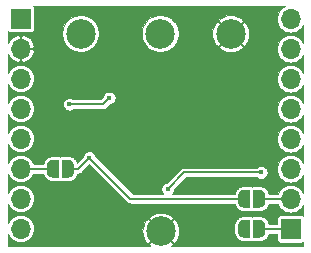
<source format=gbr>
G04 #@! TF.GenerationSoftware,KiCad,Pcbnew,(5.1.2)-2*
G04 #@! TF.CreationDate,2019-08-28T15:44:57+02:00*
G04 #@! TF.ProjectId,esp_pmc,6573705f-706d-4632-9e6b-696361645f70,0.0.1*
G04 #@! TF.SameCoordinates,Original*
G04 #@! TF.FileFunction,Copper,L2,Bot*
G04 #@! TF.FilePolarity,Positive*
%FSLAX46Y46*%
G04 Gerber Fmt 4.6, Leading zero omitted, Abs format (unit mm)*
G04 Created by KiCad (PCBNEW (5.1.2)-2) date 2019-08-28 15:44:57*
%MOMM*%
%LPD*%
G04 APERTURE LIST*
%ADD10C,2.500000*%
%ADD11R,1.700000X1.700000*%
%ADD12O,1.700000X1.700000*%
%ADD13C,0.500000*%
%ADD14C,0.100000*%
%ADD15C,0.450000*%
%ADD16C,0.203200*%
%ADD17C,0.125000*%
G04 APERTURE END LIST*
D10*
X66267000Y-91196000D03*
X72187000Y-74466000D03*
X66218000Y-74466000D03*
X59487000Y-74466000D03*
D11*
X54407000Y-73196000D03*
D12*
X54407000Y-75736000D03*
X54407000Y-78276000D03*
X54407000Y-80816000D03*
X54407000Y-83356000D03*
X54407000Y-85896000D03*
X54407000Y-88436000D03*
X54407000Y-90976000D03*
X77267000Y-73216000D03*
X77267000Y-75756000D03*
X77267000Y-78296000D03*
X77267000Y-80836000D03*
X77267000Y-83376000D03*
X77267000Y-85916000D03*
X77267000Y-88456000D03*
D11*
X77267000Y-90996000D03*
D13*
X58422500Y-85896000D03*
D14*
G36*
X58422500Y-85146602D02*
G01*
X58447034Y-85146602D01*
X58495865Y-85151412D01*
X58543990Y-85160984D01*
X58590945Y-85175228D01*
X58636278Y-85194005D01*
X58679551Y-85217136D01*
X58720350Y-85244396D01*
X58758279Y-85275524D01*
X58792976Y-85310221D01*
X58824104Y-85348150D01*
X58851364Y-85388949D01*
X58874495Y-85432222D01*
X58893272Y-85477555D01*
X58907516Y-85524510D01*
X58917088Y-85572635D01*
X58921898Y-85621466D01*
X58921898Y-85646000D01*
X58922500Y-85646000D01*
X58922500Y-86146000D01*
X58921898Y-86146000D01*
X58921898Y-86170534D01*
X58917088Y-86219365D01*
X58907516Y-86267490D01*
X58893272Y-86314445D01*
X58874495Y-86359778D01*
X58851364Y-86403051D01*
X58824104Y-86443850D01*
X58792976Y-86481779D01*
X58758279Y-86516476D01*
X58720350Y-86547604D01*
X58679551Y-86574864D01*
X58636278Y-86597995D01*
X58590945Y-86616772D01*
X58543990Y-86631016D01*
X58495865Y-86640588D01*
X58447034Y-86645398D01*
X58422500Y-86645398D01*
X58422500Y-86646000D01*
X57922500Y-86646000D01*
X57922500Y-85146000D01*
X58422500Y-85146000D01*
X58422500Y-85146602D01*
X58422500Y-85146602D01*
G37*
D13*
X57122500Y-85896000D03*
D14*
G36*
X57622500Y-86646000D02*
G01*
X57122500Y-86646000D01*
X57122500Y-86645398D01*
X57097966Y-86645398D01*
X57049135Y-86640588D01*
X57001010Y-86631016D01*
X56954055Y-86616772D01*
X56908722Y-86597995D01*
X56865449Y-86574864D01*
X56824650Y-86547604D01*
X56786721Y-86516476D01*
X56752024Y-86481779D01*
X56720896Y-86443850D01*
X56693636Y-86403051D01*
X56670505Y-86359778D01*
X56651728Y-86314445D01*
X56637484Y-86267490D01*
X56627912Y-86219365D01*
X56623102Y-86170534D01*
X56623102Y-86146000D01*
X56622500Y-86146000D01*
X56622500Y-85646000D01*
X56623102Y-85646000D01*
X56623102Y-85621466D01*
X56627912Y-85572635D01*
X56637484Y-85524510D01*
X56651728Y-85477555D01*
X56670505Y-85432222D01*
X56693636Y-85388949D01*
X56720896Y-85348150D01*
X56752024Y-85310221D01*
X56786721Y-85275524D01*
X56824650Y-85244396D01*
X56865449Y-85217136D01*
X56908722Y-85194005D01*
X56954055Y-85175228D01*
X57001010Y-85160984D01*
X57049135Y-85151412D01*
X57097966Y-85146602D01*
X57122500Y-85146602D01*
X57122500Y-85146000D01*
X57622500Y-85146000D01*
X57622500Y-86646000D01*
X57622500Y-86646000D01*
G37*
D13*
X73315000Y-90976000D03*
D14*
G36*
X73315000Y-91725398D02*
G01*
X73290466Y-91725398D01*
X73241635Y-91720588D01*
X73193510Y-91711016D01*
X73146555Y-91696772D01*
X73101222Y-91677995D01*
X73057949Y-91654864D01*
X73017150Y-91627604D01*
X72979221Y-91596476D01*
X72944524Y-91561779D01*
X72913396Y-91523850D01*
X72886136Y-91483051D01*
X72863005Y-91439778D01*
X72844228Y-91394445D01*
X72829984Y-91347490D01*
X72820412Y-91299365D01*
X72815602Y-91250534D01*
X72815602Y-91226000D01*
X72815000Y-91226000D01*
X72815000Y-90726000D01*
X72815602Y-90726000D01*
X72815602Y-90701466D01*
X72820412Y-90652635D01*
X72829984Y-90604510D01*
X72844228Y-90557555D01*
X72863005Y-90512222D01*
X72886136Y-90468949D01*
X72913396Y-90428150D01*
X72944524Y-90390221D01*
X72979221Y-90355524D01*
X73017150Y-90324396D01*
X73057949Y-90297136D01*
X73101222Y-90274005D01*
X73146555Y-90255228D01*
X73193510Y-90240984D01*
X73241635Y-90231412D01*
X73290466Y-90226602D01*
X73315000Y-90226602D01*
X73315000Y-90226000D01*
X73815000Y-90226000D01*
X73815000Y-91726000D01*
X73315000Y-91726000D01*
X73315000Y-91725398D01*
X73315000Y-91725398D01*
G37*
D13*
X74615000Y-90976000D03*
D14*
G36*
X74115000Y-90226000D02*
G01*
X74615000Y-90226000D01*
X74615000Y-90226602D01*
X74639534Y-90226602D01*
X74688365Y-90231412D01*
X74736490Y-90240984D01*
X74783445Y-90255228D01*
X74828778Y-90274005D01*
X74872051Y-90297136D01*
X74912850Y-90324396D01*
X74950779Y-90355524D01*
X74985476Y-90390221D01*
X75016604Y-90428150D01*
X75043864Y-90468949D01*
X75066995Y-90512222D01*
X75085772Y-90557555D01*
X75100016Y-90604510D01*
X75109588Y-90652635D01*
X75114398Y-90701466D01*
X75114398Y-90726000D01*
X75115000Y-90726000D01*
X75115000Y-91226000D01*
X75114398Y-91226000D01*
X75114398Y-91250534D01*
X75109588Y-91299365D01*
X75100016Y-91347490D01*
X75085772Y-91394445D01*
X75066995Y-91439778D01*
X75043864Y-91483051D01*
X75016604Y-91523850D01*
X74985476Y-91561779D01*
X74950779Y-91596476D01*
X74912850Y-91627604D01*
X74872051Y-91654864D01*
X74828778Y-91677995D01*
X74783445Y-91696772D01*
X74736490Y-91711016D01*
X74688365Y-91720588D01*
X74639534Y-91725398D01*
X74615000Y-91725398D01*
X74615000Y-91726000D01*
X74115000Y-91726000D01*
X74115000Y-90226000D01*
X74115000Y-90226000D01*
G37*
D13*
X74615000Y-88436000D03*
D14*
G36*
X74615000Y-87686602D02*
G01*
X74639534Y-87686602D01*
X74688365Y-87691412D01*
X74736490Y-87700984D01*
X74783445Y-87715228D01*
X74828778Y-87734005D01*
X74872051Y-87757136D01*
X74912850Y-87784396D01*
X74950779Y-87815524D01*
X74985476Y-87850221D01*
X75016604Y-87888150D01*
X75043864Y-87928949D01*
X75066995Y-87972222D01*
X75085772Y-88017555D01*
X75100016Y-88064510D01*
X75109588Y-88112635D01*
X75114398Y-88161466D01*
X75114398Y-88186000D01*
X75115000Y-88186000D01*
X75115000Y-88686000D01*
X75114398Y-88686000D01*
X75114398Y-88710534D01*
X75109588Y-88759365D01*
X75100016Y-88807490D01*
X75085772Y-88854445D01*
X75066995Y-88899778D01*
X75043864Y-88943051D01*
X75016604Y-88983850D01*
X74985476Y-89021779D01*
X74950779Y-89056476D01*
X74912850Y-89087604D01*
X74872051Y-89114864D01*
X74828778Y-89137995D01*
X74783445Y-89156772D01*
X74736490Y-89171016D01*
X74688365Y-89180588D01*
X74639534Y-89185398D01*
X74615000Y-89185398D01*
X74615000Y-89186000D01*
X74115000Y-89186000D01*
X74115000Y-87686000D01*
X74615000Y-87686000D01*
X74615000Y-87686602D01*
X74615000Y-87686602D01*
G37*
D13*
X73315000Y-88436000D03*
D14*
G36*
X73815000Y-89186000D02*
G01*
X73315000Y-89186000D01*
X73315000Y-89185398D01*
X73290466Y-89185398D01*
X73241635Y-89180588D01*
X73193510Y-89171016D01*
X73146555Y-89156772D01*
X73101222Y-89137995D01*
X73057949Y-89114864D01*
X73017150Y-89087604D01*
X72979221Y-89056476D01*
X72944524Y-89021779D01*
X72913396Y-88983850D01*
X72886136Y-88943051D01*
X72863005Y-88899778D01*
X72844228Y-88854445D01*
X72829984Y-88807490D01*
X72820412Y-88759365D01*
X72815602Y-88710534D01*
X72815602Y-88686000D01*
X72815000Y-88686000D01*
X72815000Y-88186000D01*
X72815602Y-88186000D01*
X72815602Y-88161466D01*
X72820412Y-88112635D01*
X72829984Y-88064510D01*
X72844228Y-88017555D01*
X72863005Y-87972222D01*
X72886136Y-87928949D01*
X72913396Y-87888150D01*
X72944524Y-87850221D01*
X72979221Y-87815524D01*
X73017150Y-87784396D01*
X73057949Y-87757136D01*
X73101222Y-87734005D01*
X73146555Y-87715228D01*
X73193510Y-87700984D01*
X73241635Y-87691412D01*
X73290466Y-87686602D01*
X73315000Y-87686602D01*
X73315000Y-87686000D01*
X73815000Y-87686000D01*
X73815000Y-89186000D01*
X73815000Y-89186000D01*
G37*
D15*
X64186000Y-89198000D03*
X64821000Y-89198000D03*
X65456000Y-89198000D03*
X65329000Y-85261000D03*
X57074000Y-89579000D03*
X59233000Y-89579000D03*
X61519000Y-89579000D03*
X61519000Y-90722000D03*
X61519000Y-91865000D03*
X59233000Y-90722000D03*
X57074000Y-90722000D03*
X57074000Y-91865000D03*
X59233000Y-91865000D03*
X63424000Y-90722000D03*
X63424000Y-91865000D03*
X68631000Y-91865000D03*
X58115400Y-87293000D03*
X60350600Y-87293000D03*
X69901000Y-89452000D03*
X71196400Y-89452000D03*
X70917000Y-84626000D03*
X72949000Y-84626000D03*
X75235000Y-84626000D03*
X69393000Y-79292000D03*
X71425000Y-79292000D03*
X73457000Y-79292000D03*
X73457000Y-77260000D03*
X71425000Y-77260000D03*
X69393000Y-77260000D03*
X69393000Y-75482000D03*
X69393000Y-73450000D03*
X61519000Y-81324000D03*
X62789000Y-81324000D03*
X62789000Y-83356000D03*
X61519000Y-83356000D03*
X56693000Y-78784000D03*
X56693000Y-76752000D03*
X56693000Y-74466000D03*
X56693000Y-72688000D03*
X60223600Y-84956200D03*
X66853000Y-87623200D03*
X74767000Y-86215500D03*
X61900000Y-79901600D03*
X58537000Y-80440000D03*
X73315000Y-90976000D03*
D16*
X54407000Y-85896000D02*
X57122500Y-85896000D01*
X77247000Y-90976000D02*
X77267000Y-90996000D01*
X74615000Y-90976000D02*
X77247000Y-90976000D01*
X58422500Y-85896000D02*
X59283800Y-85896000D01*
X59283800Y-85896000D02*
X60223600Y-84956200D01*
X63703400Y-88436000D02*
X60223600Y-84956200D01*
X73315000Y-88436000D02*
X63703400Y-88436000D01*
X66853000Y-87623200D02*
X68260700Y-86215500D01*
X68260700Y-86215500D02*
X74767000Y-86215500D01*
X61900000Y-79901600D02*
X61361600Y-80440000D01*
X61361600Y-80440000D02*
X58537000Y-80440000D01*
X74635000Y-88456000D02*
X74615000Y-88436000D01*
X77267000Y-88456000D02*
X74635000Y-88456000D01*
D17*
G36*
X63396210Y-88714436D02*
G01*
X63409171Y-88730229D01*
X63424964Y-88743190D01*
X63424967Y-88743193D01*
X63472225Y-88781977D01*
X63497283Y-88795371D01*
X63544164Y-88820429D01*
X63622222Y-88844108D01*
X63683062Y-88850100D01*
X63683072Y-88850100D01*
X63703399Y-88852102D01*
X63723726Y-88850100D01*
X72520137Y-88850100D01*
X72528552Y-88892403D01*
X72546420Y-88951308D01*
X72583929Y-89041864D01*
X72612948Y-89096154D01*
X72667404Y-89177653D01*
X72706455Y-89225237D01*
X72775763Y-89294545D01*
X72823347Y-89333596D01*
X72904846Y-89388052D01*
X72959136Y-89417071D01*
X73049692Y-89454580D01*
X73108597Y-89472448D01*
X73204730Y-89491570D01*
X73265991Y-89497604D01*
X73290552Y-89497604D01*
X73315000Y-89500012D01*
X73815000Y-89500012D01*
X73876261Y-89493978D01*
X73935167Y-89476109D01*
X73965000Y-89460163D01*
X73994833Y-89476109D01*
X74053739Y-89493978D01*
X74115000Y-89500012D01*
X74615000Y-89500012D01*
X74639448Y-89497604D01*
X74664009Y-89497604D01*
X74725270Y-89491570D01*
X74821403Y-89472448D01*
X74880308Y-89454580D01*
X74970864Y-89417071D01*
X75025154Y-89388052D01*
X75106653Y-89333596D01*
X75154237Y-89294545D01*
X75223545Y-89225237D01*
X75262596Y-89177653D01*
X75317052Y-89096154D01*
X75346071Y-89041864D01*
X75383580Y-88951308D01*
X75401448Y-88892403D01*
X75405884Y-88870100D01*
X76177807Y-88870100D01*
X76187794Y-88903022D01*
X76295740Y-89104975D01*
X76441012Y-89281988D01*
X76618025Y-89427260D01*
X76819978Y-89535206D01*
X77039110Y-89601679D01*
X77209898Y-89618500D01*
X77324102Y-89618500D01*
X77494890Y-89601679D01*
X77714022Y-89535206D01*
X77915975Y-89427260D01*
X78092988Y-89281988D01*
X78238260Y-89104975D01*
X78326501Y-88939888D01*
X78326501Y-89913669D01*
X78291456Y-89884909D01*
X78237167Y-89855891D01*
X78178261Y-89838022D01*
X78117000Y-89831988D01*
X76417000Y-89831988D01*
X76355739Y-89838022D01*
X76296833Y-89855891D01*
X76242544Y-89884909D01*
X76194960Y-89923960D01*
X76155909Y-89971544D01*
X76126891Y-90025833D01*
X76109022Y-90084739D01*
X76102988Y-90146000D01*
X76102988Y-90561900D01*
X75409863Y-90561900D01*
X75401448Y-90519597D01*
X75383580Y-90460692D01*
X75346071Y-90370136D01*
X75317052Y-90315846D01*
X75262596Y-90234347D01*
X75223545Y-90186763D01*
X75154237Y-90117455D01*
X75106653Y-90078404D01*
X75025154Y-90023948D01*
X74970864Y-89994929D01*
X74880308Y-89957420D01*
X74821403Y-89939552D01*
X74725270Y-89920430D01*
X74664009Y-89914396D01*
X74639448Y-89914396D01*
X74615000Y-89911988D01*
X74115000Y-89911988D01*
X74053739Y-89918022D01*
X73994833Y-89935891D01*
X73965000Y-89951837D01*
X73935167Y-89935891D01*
X73876261Y-89918022D01*
X73815000Y-89911988D01*
X73315000Y-89911988D01*
X73290552Y-89914396D01*
X73265991Y-89914396D01*
X73204730Y-89920430D01*
X73108597Y-89939552D01*
X73049692Y-89957420D01*
X72959136Y-89994929D01*
X72904846Y-90023948D01*
X72823347Y-90078404D01*
X72775763Y-90117455D01*
X72706455Y-90186763D01*
X72667404Y-90234347D01*
X72612948Y-90315846D01*
X72583929Y-90370136D01*
X72546420Y-90460692D01*
X72528552Y-90519597D01*
X72509430Y-90615730D01*
X72503396Y-90676991D01*
X72503396Y-90701552D01*
X72500988Y-90726000D01*
X72500988Y-91226000D01*
X72503396Y-91250448D01*
X72503396Y-91275009D01*
X72509430Y-91336270D01*
X72528552Y-91432403D01*
X72546420Y-91491308D01*
X72583929Y-91581864D01*
X72612948Y-91636154D01*
X72667404Y-91717653D01*
X72706455Y-91765237D01*
X72775763Y-91834545D01*
X72823347Y-91873596D01*
X72904846Y-91928052D01*
X72959136Y-91957071D01*
X73049692Y-91994580D01*
X73108597Y-92012448D01*
X73204730Y-92031570D01*
X73265991Y-92037604D01*
X73290552Y-92037604D01*
X73315000Y-92040012D01*
X73815000Y-92040012D01*
X73876261Y-92033978D01*
X73935167Y-92016109D01*
X73965000Y-92000163D01*
X73994833Y-92016109D01*
X74053739Y-92033978D01*
X74115000Y-92040012D01*
X74615000Y-92040012D01*
X74639448Y-92037604D01*
X74664009Y-92037604D01*
X74725270Y-92031570D01*
X74821403Y-92012448D01*
X74880308Y-91994580D01*
X74970864Y-91957071D01*
X75025154Y-91928052D01*
X75106653Y-91873596D01*
X75154237Y-91834545D01*
X75223545Y-91765237D01*
X75262596Y-91717653D01*
X75317052Y-91636154D01*
X75346071Y-91581864D01*
X75383580Y-91491308D01*
X75401448Y-91432403D01*
X75409863Y-91390100D01*
X76102988Y-91390100D01*
X76102988Y-91846000D01*
X76109022Y-91907261D01*
X76126891Y-91966167D01*
X76155909Y-92020456D01*
X76194960Y-92068040D01*
X76242544Y-92107091D01*
X76296833Y-92136109D01*
X76355739Y-92153978D01*
X76417000Y-92160012D01*
X78117000Y-92160012D01*
X78178261Y-92153978D01*
X78237167Y-92136109D01*
X78291456Y-92107091D01*
X78326501Y-92078330D01*
X78326501Y-92461500D01*
X67165482Y-92461500D01*
X67276837Y-92294225D01*
X66267000Y-91284388D01*
X65257163Y-92294225D01*
X65368518Y-92461500D01*
X53346500Y-92461500D01*
X53346500Y-91458019D01*
X53435740Y-91624975D01*
X53581012Y-91801988D01*
X53758025Y-91947260D01*
X53959978Y-92055206D01*
X54179110Y-92121679D01*
X54349898Y-92138500D01*
X54464102Y-92138500D01*
X54634890Y-92121679D01*
X54854022Y-92055206D01*
X55055975Y-91947260D01*
X55232988Y-91801988D01*
X55378260Y-91624975D01*
X55486206Y-91423022D01*
X55552679Y-91203890D01*
X55553371Y-91196860D01*
X64696940Y-91196860D01*
X64727276Y-91503147D01*
X64816782Y-91797630D01*
X64961065Y-92067564D01*
X65168775Y-92205837D01*
X66178612Y-91196000D01*
X66355388Y-91196000D01*
X67365225Y-92205837D01*
X67572935Y-92067564D01*
X67717876Y-91796041D01*
X67807059Y-91501460D01*
X67837060Y-91195140D01*
X67806724Y-90888853D01*
X67717218Y-90594370D01*
X67572935Y-90324436D01*
X67365225Y-90186163D01*
X66355388Y-91196000D01*
X66178612Y-91196000D01*
X65168775Y-90186163D01*
X64961065Y-90324436D01*
X64816124Y-90595959D01*
X64726941Y-90890540D01*
X64696940Y-91196860D01*
X55553371Y-91196860D01*
X55575124Y-90976000D01*
X55552679Y-90748110D01*
X55486206Y-90528978D01*
X55378260Y-90327025D01*
X55232988Y-90150012D01*
X55169338Y-90097775D01*
X65257163Y-90097775D01*
X66267000Y-91107612D01*
X67276837Y-90097775D01*
X67138564Y-89890065D01*
X66867041Y-89745124D01*
X66572460Y-89655941D01*
X66266140Y-89625940D01*
X65959853Y-89656276D01*
X65665370Y-89745782D01*
X65395436Y-89890065D01*
X65257163Y-90097775D01*
X55169338Y-90097775D01*
X55055975Y-90004740D01*
X54854022Y-89896794D01*
X54634890Y-89830321D01*
X54464102Y-89813500D01*
X54349898Y-89813500D01*
X54179110Y-89830321D01*
X53959978Y-89896794D01*
X53758025Y-90004740D01*
X53581012Y-90150012D01*
X53435740Y-90327025D01*
X53346500Y-90493981D01*
X53346500Y-88918019D01*
X53435740Y-89084975D01*
X53581012Y-89261988D01*
X53758025Y-89407260D01*
X53959978Y-89515206D01*
X54179110Y-89581679D01*
X54349898Y-89598500D01*
X54464102Y-89598500D01*
X54634890Y-89581679D01*
X54854022Y-89515206D01*
X55055975Y-89407260D01*
X55232988Y-89261988D01*
X55378260Y-89084975D01*
X55486206Y-88883022D01*
X55552679Y-88663890D01*
X55575124Y-88436000D01*
X55552679Y-88208110D01*
X55486206Y-87988978D01*
X55378260Y-87787025D01*
X55232988Y-87610012D01*
X55055975Y-87464740D01*
X54854022Y-87356794D01*
X54634890Y-87290321D01*
X54464102Y-87273500D01*
X54349898Y-87273500D01*
X54179110Y-87290321D01*
X53959978Y-87356794D01*
X53758025Y-87464740D01*
X53581012Y-87610012D01*
X53435740Y-87787025D01*
X53346500Y-87953981D01*
X53346500Y-86378019D01*
X53435740Y-86544975D01*
X53581012Y-86721988D01*
X53758025Y-86867260D01*
X53959978Y-86975206D01*
X54179110Y-87041679D01*
X54349898Y-87058500D01*
X54464102Y-87058500D01*
X54634890Y-87041679D01*
X54854022Y-86975206D01*
X55055975Y-86867260D01*
X55232988Y-86721988D01*
X55378260Y-86544975D01*
X55486206Y-86343022D01*
X55496193Y-86310100D01*
X56327637Y-86310100D01*
X56336052Y-86352403D01*
X56353920Y-86411308D01*
X56391429Y-86501864D01*
X56420448Y-86556154D01*
X56474904Y-86637653D01*
X56513955Y-86685237D01*
X56583263Y-86754545D01*
X56630847Y-86793596D01*
X56712346Y-86848052D01*
X56766636Y-86877071D01*
X56857192Y-86914580D01*
X56916097Y-86932448D01*
X57012230Y-86951570D01*
X57073491Y-86957604D01*
X57098052Y-86957604D01*
X57122500Y-86960012D01*
X57622500Y-86960012D01*
X57683761Y-86953978D01*
X57742667Y-86936109D01*
X57772500Y-86920163D01*
X57802333Y-86936109D01*
X57861239Y-86953978D01*
X57922500Y-86960012D01*
X58422500Y-86960012D01*
X58446948Y-86957604D01*
X58471509Y-86957604D01*
X58532770Y-86951570D01*
X58628903Y-86932448D01*
X58687808Y-86914580D01*
X58778364Y-86877071D01*
X58832654Y-86848052D01*
X58914153Y-86793596D01*
X58961737Y-86754545D01*
X59031045Y-86685237D01*
X59070096Y-86637653D01*
X59124552Y-86556154D01*
X59153571Y-86501864D01*
X59191080Y-86411308D01*
X59208948Y-86352403D01*
X59217363Y-86310100D01*
X59263473Y-86310100D01*
X59283800Y-86312102D01*
X59304127Y-86310100D01*
X59304138Y-86310100D01*
X59364978Y-86304108D01*
X59443036Y-86280429D01*
X59514974Y-86241977D01*
X59578029Y-86190229D01*
X59590994Y-86174431D01*
X60223600Y-85541825D01*
X63396210Y-88714436D01*
X63396210Y-88714436D01*
G37*
X63396210Y-88714436D02*
X63409171Y-88730229D01*
X63424964Y-88743190D01*
X63424967Y-88743193D01*
X63472225Y-88781977D01*
X63497283Y-88795371D01*
X63544164Y-88820429D01*
X63622222Y-88844108D01*
X63683062Y-88850100D01*
X63683072Y-88850100D01*
X63703399Y-88852102D01*
X63723726Y-88850100D01*
X72520137Y-88850100D01*
X72528552Y-88892403D01*
X72546420Y-88951308D01*
X72583929Y-89041864D01*
X72612948Y-89096154D01*
X72667404Y-89177653D01*
X72706455Y-89225237D01*
X72775763Y-89294545D01*
X72823347Y-89333596D01*
X72904846Y-89388052D01*
X72959136Y-89417071D01*
X73049692Y-89454580D01*
X73108597Y-89472448D01*
X73204730Y-89491570D01*
X73265991Y-89497604D01*
X73290552Y-89497604D01*
X73315000Y-89500012D01*
X73815000Y-89500012D01*
X73876261Y-89493978D01*
X73935167Y-89476109D01*
X73965000Y-89460163D01*
X73994833Y-89476109D01*
X74053739Y-89493978D01*
X74115000Y-89500012D01*
X74615000Y-89500012D01*
X74639448Y-89497604D01*
X74664009Y-89497604D01*
X74725270Y-89491570D01*
X74821403Y-89472448D01*
X74880308Y-89454580D01*
X74970864Y-89417071D01*
X75025154Y-89388052D01*
X75106653Y-89333596D01*
X75154237Y-89294545D01*
X75223545Y-89225237D01*
X75262596Y-89177653D01*
X75317052Y-89096154D01*
X75346071Y-89041864D01*
X75383580Y-88951308D01*
X75401448Y-88892403D01*
X75405884Y-88870100D01*
X76177807Y-88870100D01*
X76187794Y-88903022D01*
X76295740Y-89104975D01*
X76441012Y-89281988D01*
X76618025Y-89427260D01*
X76819978Y-89535206D01*
X77039110Y-89601679D01*
X77209898Y-89618500D01*
X77324102Y-89618500D01*
X77494890Y-89601679D01*
X77714022Y-89535206D01*
X77915975Y-89427260D01*
X78092988Y-89281988D01*
X78238260Y-89104975D01*
X78326501Y-88939888D01*
X78326501Y-89913669D01*
X78291456Y-89884909D01*
X78237167Y-89855891D01*
X78178261Y-89838022D01*
X78117000Y-89831988D01*
X76417000Y-89831988D01*
X76355739Y-89838022D01*
X76296833Y-89855891D01*
X76242544Y-89884909D01*
X76194960Y-89923960D01*
X76155909Y-89971544D01*
X76126891Y-90025833D01*
X76109022Y-90084739D01*
X76102988Y-90146000D01*
X76102988Y-90561900D01*
X75409863Y-90561900D01*
X75401448Y-90519597D01*
X75383580Y-90460692D01*
X75346071Y-90370136D01*
X75317052Y-90315846D01*
X75262596Y-90234347D01*
X75223545Y-90186763D01*
X75154237Y-90117455D01*
X75106653Y-90078404D01*
X75025154Y-90023948D01*
X74970864Y-89994929D01*
X74880308Y-89957420D01*
X74821403Y-89939552D01*
X74725270Y-89920430D01*
X74664009Y-89914396D01*
X74639448Y-89914396D01*
X74615000Y-89911988D01*
X74115000Y-89911988D01*
X74053739Y-89918022D01*
X73994833Y-89935891D01*
X73965000Y-89951837D01*
X73935167Y-89935891D01*
X73876261Y-89918022D01*
X73815000Y-89911988D01*
X73315000Y-89911988D01*
X73290552Y-89914396D01*
X73265991Y-89914396D01*
X73204730Y-89920430D01*
X73108597Y-89939552D01*
X73049692Y-89957420D01*
X72959136Y-89994929D01*
X72904846Y-90023948D01*
X72823347Y-90078404D01*
X72775763Y-90117455D01*
X72706455Y-90186763D01*
X72667404Y-90234347D01*
X72612948Y-90315846D01*
X72583929Y-90370136D01*
X72546420Y-90460692D01*
X72528552Y-90519597D01*
X72509430Y-90615730D01*
X72503396Y-90676991D01*
X72503396Y-90701552D01*
X72500988Y-90726000D01*
X72500988Y-91226000D01*
X72503396Y-91250448D01*
X72503396Y-91275009D01*
X72509430Y-91336270D01*
X72528552Y-91432403D01*
X72546420Y-91491308D01*
X72583929Y-91581864D01*
X72612948Y-91636154D01*
X72667404Y-91717653D01*
X72706455Y-91765237D01*
X72775763Y-91834545D01*
X72823347Y-91873596D01*
X72904846Y-91928052D01*
X72959136Y-91957071D01*
X73049692Y-91994580D01*
X73108597Y-92012448D01*
X73204730Y-92031570D01*
X73265991Y-92037604D01*
X73290552Y-92037604D01*
X73315000Y-92040012D01*
X73815000Y-92040012D01*
X73876261Y-92033978D01*
X73935167Y-92016109D01*
X73965000Y-92000163D01*
X73994833Y-92016109D01*
X74053739Y-92033978D01*
X74115000Y-92040012D01*
X74615000Y-92040012D01*
X74639448Y-92037604D01*
X74664009Y-92037604D01*
X74725270Y-92031570D01*
X74821403Y-92012448D01*
X74880308Y-91994580D01*
X74970864Y-91957071D01*
X75025154Y-91928052D01*
X75106653Y-91873596D01*
X75154237Y-91834545D01*
X75223545Y-91765237D01*
X75262596Y-91717653D01*
X75317052Y-91636154D01*
X75346071Y-91581864D01*
X75383580Y-91491308D01*
X75401448Y-91432403D01*
X75409863Y-91390100D01*
X76102988Y-91390100D01*
X76102988Y-91846000D01*
X76109022Y-91907261D01*
X76126891Y-91966167D01*
X76155909Y-92020456D01*
X76194960Y-92068040D01*
X76242544Y-92107091D01*
X76296833Y-92136109D01*
X76355739Y-92153978D01*
X76417000Y-92160012D01*
X78117000Y-92160012D01*
X78178261Y-92153978D01*
X78237167Y-92136109D01*
X78291456Y-92107091D01*
X78326501Y-92078330D01*
X78326501Y-92461500D01*
X67165482Y-92461500D01*
X67276837Y-92294225D01*
X66267000Y-91284388D01*
X65257163Y-92294225D01*
X65368518Y-92461500D01*
X53346500Y-92461500D01*
X53346500Y-91458019D01*
X53435740Y-91624975D01*
X53581012Y-91801988D01*
X53758025Y-91947260D01*
X53959978Y-92055206D01*
X54179110Y-92121679D01*
X54349898Y-92138500D01*
X54464102Y-92138500D01*
X54634890Y-92121679D01*
X54854022Y-92055206D01*
X55055975Y-91947260D01*
X55232988Y-91801988D01*
X55378260Y-91624975D01*
X55486206Y-91423022D01*
X55552679Y-91203890D01*
X55553371Y-91196860D01*
X64696940Y-91196860D01*
X64727276Y-91503147D01*
X64816782Y-91797630D01*
X64961065Y-92067564D01*
X65168775Y-92205837D01*
X66178612Y-91196000D01*
X66355388Y-91196000D01*
X67365225Y-92205837D01*
X67572935Y-92067564D01*
X67717876Y-91796041D01*
X67807059Y-91501460D01*
X67837060Y-91195140D01*
X67806724Y-90888853D01*
X67717218Y-90594370D01*
X67572935Y-90324436D01*
X67365225Y-90186163D01*
X66355388Y-91196000D01*
X66178612Y-91196000D01*
X65168775Y-90186163D01*
X64961065Y-90324436D01*
X64816124Y-90595959D01*
X64726941Y-90890540D01*
X64696940Y-91196860D01*
X55553371Y-91196860D01*
X55575124Y-90976000D01*
X55552679Y-90748110D01*
X55486206Y-90528978D01*
X55378260Y-90327025D01*
X55232988Y-90150012D01*
X55169338Y-90097775D01*
X65257163Y-90097775D01*
X66267000Y-91107612D01*
X67276837Y-90097775D01*
X67138564Y-89890065D01*
X66867041Y-89745124D01*
X66572460Y-89655941D01*
X66266140Y-89625940D01*
X65959853Y-89656276D01*
X65665370Y-89745782D01*
X65395436Y-89890065D01*
X65257163Y-90097775D01*
X55169338Y-90097775D01*
X55055975Y-90004740D01*
X54854022Y-89896794D01*
X54634890Y-89830321D01*
X54464102Y-89813500D01*
X54349898Y-89813500D01*
X54179110Y-89830321D01*
X53959978Y-89896794D01*
X53758025Y-90004740D01*
X53581012Y-90150012D01*
X53435740Y-90327025D01*
X53346500Y-90493981D01*
X53346500Y-88918019D01*
X53435740Y-89084975D01*
X53581012Y-89261988D01*
X53758025Y-89407260D01*
X53959978Y-89515206D01*
X54179110Y-89581679D01*
X54349898Y-89598500D01*
X54464102Y-89598500D01*
X54634890Y-89581679D01*
X54854022Y-89515206D01*
X55055975Y-89407260D01*
X55232988Y-89261988D01*
X55378260Y-89084975D01*
X55486206Y-88883022D01*
X55552679Y-88663890D01*
X55575124Y-88436000D01*
X55552679Y-88208110D01*
X55486206Y-87988978D01*
X55378260Y-87787025D01*
X55232988Y-87610012D01*
X55055975Y-87464740D01*
X54854022Y-87356794D01*
X54634890Y-87290321D01*
X54464102Y-87273500D01*
X54349898Y-87273500D01*
X54179110Y-87290321D01*
X53959978Y-87356794D01*
X53758025Y-87464740D01*
X53581012Y-87610012D01*
X53435740Y-87787025D01*
X53346500Y-87953981D01*
X53346500Y-86378019D01*
X53435740Y-86544975D01*
X53581012Y-86721988D01*
X53758025Y-86867260D01*
X53959978Y-86975206D01*
X54179110Y-87041679D01*
X54349898Y-87058500D01*
X54464102Y-87058500D01*
X54634890Y-87041679D01*
X54854022Y-86975206D01*
X55055975Y-86867260D01*
X55232988Y-86721988D01*
X55378260Y-86544975D01*
X55486206Y-86343022D01*
X55496193Y-86310100D01*
X56327637Y-86310100D01*
X56336052Y-86352403D01*
X56353920Y-86411308D01*
X56391429Y-86501864D01*
X56420448Y-86556154D01*
X56474904Y-86637653D01*
X56513955Y-86685237D01*
X56583263Y-86754545D01*
X56630847Y-86793596D01*
X56712346Y-86848052D01*
X56766636Y-86877071D01*
X56857192Y-86914580D01*
X56916097Y-86932448D01*
X57012230Y-86951570D01*
X57073491Y-86957604D01*
X57098052Y-86957604D01*
X57122500Y-86960012D01*
X57622500Y-86960012D01*
X57683761Y-86953978D01*
X57742667Y-86936109D01*
X57772500Y-86920163D01*
X57802333Y-86936109D01*
X57861239Y-86953978D01*
X57922500Y-86960012D01*
X58422500Y-86960012D01*
X58446948Y-86957604D01*
X58471509Y-86957604D01*
X58532770Y-86951570D01*
X58628903Y-86932448D01*
X58687808Y-86914580D01*
X58778364Y-86877071D01*
X58832654Y-86848052D01*
X58914153Y-86793596D01*
X58961737Y-86754545D01*
X59031045Y-86685237D01*
X59070096Y-86637653D01*
X59124552Y-86556154D01*
X59153571Y-86501864D01*
X59191080Y-86411308D01*
X59208948Y-86352403D01*
X59217363Y-86310100D01*
X59263473Y-86310100D01*
X59283800Y-86312102D01*
X59304127Y-86310100D01*
X59304138Y-86310100D01*
X59364978Y-86304108D01*
X59443036Y-86280429D01*
X59514974Y-86241977D01*
X59578029Y-86190229D01*
X59590994Y-86174431D01*
X60223600Y-85541825D01*
X63396210Y-88714436D01*
G36*
X76819978Y-72136794D02*
G01*
X76618025Y-72244740D01*
X76441012Y-72390012D01*
X76295740Y-72567025D01*
X76187794Y-72768978D01*
X76121321Y-72988110D01*
X76098876Y-73216000D01*
X76121321Y-73443890D01*
X76187794Y-73663022D01*
X76295740Y-73864975D01*
X76441012Y-74041988D01*
X76618025Y-74187260D01*
X76819978Y-74295206D01*
X77039110Y-74361679D01*
X77209898Y-74378500D01*
X77324102Y-74378500D01*
X77494890Y-74361679D01*
X77714022Y-74295206D01*
X77915975Y-74187260D01*
X78092988Y-74041988D01*
X78238260Y-73864975D01*
X78326500Y-73699889D01*
X78326500Y-75272111D01*
X78238260Y-75107025D01*
X78092988Y-74930012D01*
X77915975Y-74784740D01*
X77714022Y-74676794D01*
X77494890Y-74610321D01*
X77324102Y-74593500D01*
X77209898Y-74593500D01*
X77039110Y-74610321D01*
X76819978Y-74676794D01*
X76618025Y-74784740D01*
X76441012Y-74930012D01*
X76295740Y-75107025D01*
X76187794Y-75308978D01*
X76121321Y-75528110D01*
X76098876Y-75756000D01*
X76121321Y-75983890D01*
X76187794Y-76203022D01*
X76295740Y-76404975D01*
X76441012Y-76581988D01*
X76618025Y-76727260D01*
X76819978Y-76835206D01*
X77039110Y-76901679D01*
X77209898Y-76918500D01*
X77324102Y-76918500D01*
X77494890Y-76901679D01*
X77714022Y-76835206D01*
X77915975Y-76727260D01*
X78092988Y-76581988D01*
X78238260Y-76404975D01*
X78326500Y-76239889D01*
X78326500Y-77812111D01*
X78238260Y-77647025D01*
X78092988Y-77470012D01*
X77915975Y-77324740D01*
X77714022Y-77216794D01*
X77494890Y-77150321D01*
X77324102Y-77133500D01*
X77209898Y-77133500D01*
X77039110Y-77150321D01*
X76819978Y-77216794D01*
X76618025Y-77324740D01*
X76441012Y-77470012D01*
X76295740Y-77647025D01*
X76187794Y-77848978D01*
X76121321Y-78068110D01*
X76098876Y-78296000D01*
X76121321Y-78523890D01*
X76187794Y-78743022D01*
X76295740Y-78944975D01*
X76441012Y-79121988D01*
X76618025Y-79267260D01*
X76819978Y-79375206D01*
X77039110Y-79441679D01*
X77209898Y-79458500D01*
X77324102Y-79458500D01*
X77494890Y-79441679D01*
X77714022Y-79375206D01*
X77915975Y-79267260D01*
X78092988Y-79121988D01*
X78238260Y-78944975D01*
X78326500Y-78779889D01*
X78326500Y-80352111D01*
X78238260Y-80187025D01*
X78092988Y-80010012D01*
X77915975Y-79864740D01*
X77714022Y-79756794D01*
X77494890Y-79690321D01*
X77324102Y-79673500D01*
X77209898Y-79673500D01*
X77039110Y-79690321D01*
X76819978Y-79756794D01*
X76618025Y-79864740D01*
X76441012Y-80010012D01*
X76295740Y-80187025D01*
X76187794Y-80388978D01*
X76121321Y-80608110D01*
X76098876Y-80836000D01*
X76121321Y-81063890D01*
X76187794Y-81283022D01*
X76295740Y-81484975D01*
X76441012Y-81661988D01*
X76618025Y-81807260D01*
X76819978Y-81915206D01*
X77039110Y-81981679D01*
X77209898Y-81998500D01*
X77324102Y-81998500D01*
X77494890Y-81981679D01*
X77714022Y-81915206D01*
X77915975Y-81807260D01*
X78092988Y-81661988D01*
X78238260Y-81484975D01*
X78326500Y-81319889D01*
X78326501Y-82892112D01*
X78238260Y-82727025D01*
X78092988Y-82550012D01*
X77915975Y-82404740D01*
X77714022Y-82296794D01*
X77494890Y-82230321D01*
X77324102Y-82213500D01*
X77209898Y-82213500D01*
X77039110Y-82230321D01*
X76819978Y-82296794D01*
X76618025Y-82404740D01*
X76441012Y-82550012D01*
X76295740Y-82727025D01*
X76187794Y-82928978D01*
X76121321Y-83148110D01*
X76098876Y-83376000D01*
X76121321Y-83603890D01*
X76187794Y-83823022D01*
X76295740Y-84024975D01*
X76441012Y-84201988D01*
X76618025Y-84347260D01*
X76819978Y-84455206D01*
X77039110Y-84521679D01*
X77209898Y-84538500D01*
X77324102Y-84538500D01*
X77494890Y-84521679D01*
X77714022Y-84455206D01*
X77915975Y-84347260D01*
X78092988Y-84201988D01*
X78238260Y-84024975D01*
X78326501Y-83859888D01*
X78326501Y-85432112D01*
X78238260Y-85267025D01*
X78092988Y-85090012D01*
X77915975Y-84944740D01*
X77714022Y-84836794D01*
X77494890Y-84770321D01*
X77324102Y-84753500D01*
X77209898Y-84753500D01*
X77039110Y-84770321D01*
X76819978Y-84836794D01*
X76618025Y-84944740D01*
X76441012Y-85090012D01*
X76295740Y-85267025D01*
X76187794Y-85468978D01*
X76121321Y-85688110D01*
X76098876Y-85916000D01*
X76121321Y-86143890D01*
X76187794Y-86363022D01*
X76295740Y-86564975D01*
X76441012Y-86741988D01*
X76618025Y-86887260D01*
X76819978Y-86995206D01*
X77039110Y-87061679D01*
X77209898Y-87078500D01*
X77324102Y-87078500D01*
X77494890Y-87061679D01*
X77714022Y-86995206D01*
X77915975Y-86887260D01*
X78092988Y-86741988D01*
X78238260Y-86564975D01*
X78326501Y-86399888D01*
X78326501Y-87972112D01*
X78238260Y-87807025D01*
X78092988Y-87630012D01*
X77915975Y-87484740D01*
X77714022Y-87376794D01*
X77494890Y-87310321D01*
X77324102Y-87293500D01*
X77209898Y-87293500D01*
X77039110Y-87310321D01*
X76819978Y-87376794D01*
X76618025Y-87484740D01*
X76441012Y-87630012D01*
X76295740Y-87807025D01*
X76187794Y-88008978D01*
X76177807Y-88041900D01*
X75413841Y-88041900D01*
X75401448Y-87979597D01*
X75383580Y-87920692D01*
X75346071Y-87830136D01*
X75317052Y-87775846D01*
X75262596Y-87694347D01*
X75223545Y-87646763D01*
X75154237Y-87577455D01*
X75106653Y-87538404D01*
X75025154Y-87483948D01*
X74970864Y-87454929D01*
X74880308Y-87417420D01*
X74821403Y-87399552D01*
X74725270Y-87380430D01*
X74664009Y-87374396D01*
X74639448Y-87374396D01*
X74615000Y-87371988D01*
X74115000Y-87371988D01*
X74053739Y-87378022D01*
X73994833Y-87395891D01*
X73965000Y-87411837D01*
X73935167Y-87395891D01*
X73876261Y-87378022D01*
X73815000Y-87371988D01*
X73315000Y-87371988D01*
X73290552Y-87374396D01*
X73265991Y-87374396D01*
X73204730Y-87380430D01*
X73108597Y-87399552D01*
X73049692Y-87417420D01*
X72959136Y-87454929D01*
X72904846Y-87483948D01*
X72823347Y-87538404D01*
X72775763Y-87577455D01*
X72706455Y-87646763D01*
X72667404Y-87694347D01*
X72612948Y-87775846D01*
X72583929Y-87830136D01*
X72546420Y-87920692D01*
X72528552Y-87979597D01*
X72520137Y-88021900D01*
X67214440Y-88021900D01*
X67270504Y-87965836D01*
X67329327Y-87877802D01*
X67369844Y-87779983D01*
X67390500Y-87676139D01*
X67390500Y-87671325D01*
X68432226Y-86629600D01*
X74420960Y-86629600D01*
X74424364Y-86633004D01*
X74512398Y-86691827D01*
X74610217Y-86732344D01*
X74714061Y-86753000D01*
X74819939Y-86753000D01*
X74923783Y-86732344D01*
X75021602Y-86691827D01*
X75109636Y-86633004D01*
X75184504Y-86558136D01*
X75243327Y-86470102D01*
X75283844Y-86372283D01*
X75304500Y-86268439D01*
X75304500Y-86162561D01*
X75283844Y-86058717D01*
X75243327Y-85960898D01*
X75184504Y-85872864D01*
X75109636Y-85797996D01*
X75021602Y-85739173D01*
X74923783Y-85698656D01*
X74819939Y-85678000D01*
X74714061Y-85678000D01*
X74610217Y-85698656D01*
X74512398Y-85739173D01*
X74424364Y-85797996D01*
X74420960Y-85801400D01*
X68281026Y-85801400D01*
X68260699Y-85799398D01*
X68240372Y-85801400D01*
X68240362Y-85801400D01*
X68179522Y-85807392D01*
X68101464Y-85831071D01*
X68054583Y-85856129D01*
X68029525Y-85869523D01*
X67982267Y-85908307D01*
X67982264Y-85908310D01*
X67966471Y-85921271D01*
X67953510Y-85937064D01*
X66804875Y-87085700D01*
X66800061Y-87085700D01*
X66696217Y-87106356D01*
X66598398Y-87146873D01*
X66510364Y-87205696D01*
X66435496Y-87280564D01*
X66376673Y-87368598D01*
X66336156Y-87466417D01*
X66315500Y-87570261D01*
X66315500Y-87676139D01*
X66336156Y-87779983D01*
X66376673Y-87877802D01*
X66435496Y-87965836D01*
X66491560Y-88021900D01*
X63874926Y-88021900D01*
X60761100Y-84908075D01*
X60761100Y-84903261D01*
X60740444Y-84799417D01*
X60699927Y-84701598D01*
X60641104Y-84613564D01*
X60566236Y-84538696D01*
X60478202Y-84479873D01*
X60380383Y-84439356D01*
X60276539Y-84418700D01*
X60170661Y-84418700D01*
X60066817Y-84439356D01*
X59968998Y-84479873D01*
X59880964Y-84538696D01*
X59806096Y-84613564D01*
X59747273Y-84701598D01*
X59706756Y-84799417D01*
X59686100Y-84903261D01*
X59686100Y-84908074D01*
X59196294Y-85397881D01*
X59191080Y-85380692D01*
X59153571Y-85290136D01*
X59124552Y-85235846D01*
X59070096Y-85154347D01*
X59031045Y-85106763D01*
X58961737Y-85037455D01*
X58914153Y-84998404D01*
X58832654Y-84943948D01*
X58778364Y-84914929D01*
X58687808Y-84877420D01*
X58628903Y-84859552D01*
X58532770Y-84840430D01*
X58471509Y-84834396D01*
X58446948Y-84834396D01*
X58422500Y-84831988D01*
X57922500Y-84831988D01*
X57861239Y-84838022D01*
X57802333Y-84855891D01*
X57772500Y-84871837D01*
X57742667Y-84855891D01*
X57683761Y-84838022D01*
X57622500Y-84831988D01*
X57122500Y-84831988D01*
X57098052Y-84834396D01*
X57073491Y-84834396D01*
X57012230Y-84840430D01*
X56916097Y-84859552D01*
X56857192Y-84877420D01*
X56766636Y-84914929D01*
X56712346Y-84943948D01*
X56630847Y-84998404D01*
X56583263Y-85037455D01*
X56513955Y-85106763D01*
X56474904Y-85154347D01*
X56420448Y-85235846D01*
X56391429Y-85290136D01*
X56353920Y-85380692D01*
X56336052Y-85439597D01*
X56327637Y-85481900D01*
X55496193Y-85481900D01*
X55486206Y-85448978D01*
X55378260Y-85247025D01*
X55232988Y-85070012D01*
X55055975Y-84924740D01*
X54854022Y-84816794D01*
X54634890Y-84750321D01*
X54464102Y-84733500D01*
X54349898Y-84733500D01*
X54179110Y-84750321D01*
X53959978Y-84816794D01*
X53758025Y-84924740D01*
X53581012Y-85070012D01*
X53435740Y-85247025D01*
X53346500Y-85413981D01*
X53346500Y-83838019D01*
X53435740Y-84004975D01*
X53581012Y-84181988D01*
X53758025Y-84327260D01*
X53959978Y-84435206D01*
X54179110Y-84501679D01*
X54349898Y-84518500D01*
X54464102Y-84518500D01*
X54634890Y-84501679D01*
X54854022Y-84435206D01*
X55055975Y-84327260D01*
X55232988Y-84181988D01*
X55378260Y-84004975D01*
X55486206Y-83803022D01*
X55552679Y-83583890D01*
X55575124Y-83356000D01*
X55552679Y-83128110D01*
X55486206Y-82908978D01*
X55378260Y-82707025D01*
X55232988Y-82530012D01*
X55055975Y-82384740D01*
X54854022Y-82276794D01*
X54634890Y-82210321D01*
X54464102Y-82193500D01*
X54349898Y-82193500D01*
X54179110Y-82210321D01*
X53959978Y-82276794D01*
X53758025Y-82384740D01*
X53581012Y-82530012D01*
X53435740Y-82707025D01*
X53346500Y-82873981D01*
X53346500Y-81298019D01*
X53435740Y-81464975D01*
X53581012Y-81641988D01*
X53758025Y-81787260D01*
X53959978Y-81895206D01*
X54179110Y-81961679D01*
X54349898Y-81978500D01*
X54464102Y-81978500D01*
X54634890Y-81961679D01*
X54854022Y-81895206D01*
X55055975Y-81787260D01*
X55232988Y-81641988D01*
X55378260Y-81464975D01*
X55486206Y-81263022D01*
X55552679Y-81043890D01*
X55575124Y-80816000D01*
X55552679Y-80588110D01*
X55491692Y-80387061D01*
X57999500Y-80387061D01*
X57999500Y-80492939D01*
X58020156Y-80596783D01*
X58060673Y-80694602D01*
X58119496Y-80782636D01*
X58194364Y-80857504D01*
X58282398Y-80916327D01*
X58380217Y-80956844D01*
X58484061Y-80977500D01*
X58589939Y-80977500D01*
X58693783Y-80956844D01*
X58791602Y-80916327D01*
X58879636Y-80857504D01*
X58883040Y-80854100D01*
X61341273Y-80854100D01*
X61361600Y-80856102D01*
X61381927Y-80854100D01*
X61381938Y-80854100D01*
X61442778Y-80848108D01*
X61520836Y-80824429D01*
X61592774Y-80785977D01*
X61655829Y-80734229D01*
X61668794Y-80718431D01*
X61948126Y-80439100D01*
X61952939Y-80439100D01*
X62056783Y-80418444D01*
X62154602Y-80377927D01*
X62242636Y-80319104D01*
X62317504Y-80244236D01*
X62376327Y-80156202D01*
X62416844Y-80058383D01*
X62437500Y-79954539D01*
X62437500Y-79848661D01*
X62416844Y-79744817D01*
X62376327Y-79646998D01*
X62317504Y-79558964D01*
X62242636Y-79484096D01*
X62154602Y-79425273D01*
X62056783Y-79384756D01*
X61952939Y-79364100D01*
X61847061Y-79364100D01*
X61743217Y-79384756D01*
X61645398Y-79425273D01*
X61557364Y-79484096D01*
X61482496Y-79558964D01*
X61423673Y-79646998D01*
X61383156Y-79744817D01*
X61362500Y-79848661D01*
X61362500Y-79853474D01*
X61190075Y-80025900D01*
X58883040Y-80025900D01*
X58879636Y-80022496D01*
X58791602Y-79963673D01*
X58693783Y-79923156D01*
X58589939Y-79902500D01*
X58484061Y-79902500D01*
X58380217Y-79923156D01*
X58282398Y-79963673D01*
X58194364Y-80022496D01*
X58119496Y-80097364D01*
X58060673Y-80185398D01*
X58020156Y-80283217D01*
X57999500Y-80387061D01*
X55491692Y-80387061D01*
X55486206Y-80368978D01*
X55378260Y-80167025D01*
X55232988Y-79990012D01*
X55055975Y-79844740D01*
X54854022Y-79736794D01*
X54634890Y-79670321D01*
X54464102Y-79653500D01*
X54349898Y-79653500D01*
X54179110Y-79670321D01*
X53959978Y-79736794D01*
X53758025Y-79844740D01*
X53581012Y-79990012D01*
X53435740Y-80167025D01*
X53346500Y-80333981D01*
X53346500Y-78758019D01*
X53435740Y-78924975D01*
X53581012Y-79101988D01*
X53758025Y-79247260D01*
X53959978Y-79355206D01*
X54179110Y-79421679D01*
X54349898Y-79438500D01*
X54464102Y-79438500D01*
X54634890Y-79421679D01*
X54854022Y-79355206D01*
X55055975Y-79247260D01*
X55232988Y-79101988D01*
X55378260Y-78924975D01*
X55486206Y-78723022D01*
X55552679Y-78503890D01*
X55575124Y-78276000D01*
X55552679Y-78048110D01*
X55486206Y-77828978D01*
X55378260Y-77627025D01*
X55232988Y-77450012D01*
X55055975Y-77304740D01*
X54854022Y-77196794D01*
X54634890Y-77130321D01*
X54464102Y-77113500D01*
X54349898Y-77113500D01*
X54179110Y-77130321D01*
X53959978Y-77196794D01*
X53758025Y-77304740D01*
X53581012Y-77450012D01*
X53435740Y-77627025D01*
X53346500Y-77793981D01*
X53346500Y-76203718D01*
X53431139Y-76367751D01*
X53573138Y-76545993D01*
X53747182Y-76693108D01*
X53946583Y-76803441D01*
X54163677Y-76872753D01*
X54344500Y-76818697D01*
X54344500Y-75798500D01*
X54469500Y-75798500D01*
X54469500Y-76818697D01*
X54650323Y-76872753D01*
X54867417Y-76803441D01*
X55066818Y-76693108D01*
X55240862Y-76545993D01*
X55382861Y-76367751D01*
X55487359Y-76165231D01*
X55543750Y-75979323D01*
X55489572Y-75798500D01*
X54469500Y-75798500D01*
X54344500Y-75798500D01*
X54324500Y-75798500D01*
X54324500Y-75673500D01*
X54344500Y-75673500D01*
X54344500Y-74653303D01*
X54469500Y-74653303D01*
X54469500Y-75673500D01*
X55489572Y-75673500D01*
X55543750Y-75492677D01*
X55487359Y-75306769D01*
X55382861Y-75104249D01*
X55240862Y-74926007D01*
X55066818Y-74778892D01*
X54867417Y-74668559D01*
X54650323Y-74599247D01*
X54469500Y-74653303D01*
X54344500Y-74653303D01*
X54163677Y-74599247D01*
X53946583Y-74668559D01*
X53747182Y-74778892D01*
X53573138Y-74926007D01*
X53431139Y-75104249D01*
X53346500Y-75268282D01*
X53346500Y-74277511D01*
X53382544Y-74307091D01*
X53436833Y-74336109D01*
X53495739Y-74353978D01*
X53557000Y-74360012D01*
X55257000Y-74360012D01*
X55318261Y-74353978D01*
X55377167Y-74336109D01*
X55422071Y-74312107D01*
X57924500Y-74312107D01*
X57924500Y-74619893D01*
X57984546Y-74921764D01*
X58102331Y-75206121D01*
X58273327Y-75462036D01*
X58490964Y-75679673D01*
X58746879Y-75850669D01*
X59031236Y-75968454D01*
X59333107Y-76028500D01*
X59640893Y-76028500D01*
X59942764Y-75968454D01*
X60227121Y-75850669D01*
X60483036Y-75679673D01*
X60700673Y-75462036D01*
X60871669Y-75206121D01*
X60989454Y-74921764D01*
X61049500Y-74619893D01*
X61049500Y-74312107D01*
X64655500Y-74312107D01*
X64655500Y-74619893D01*
X64715546Y-74921764D01*
X64833331Y-75206121D01*
X65004327Y-75462036D01*
X65221964Y-75679673D01*
X65477879Y-75850669D01*
X65762236Y-75968454D01*
X66064107Y-76028500D01*
X66371893Y-76028500D01*
X66673764Y-75968454D01*
X66958121Y-75850669D01*
X67214036Y-75679673D01*
X67329484Y-75564225D01*
X71177163Y-75564225D01*
X71315436Y-75771935D01*
X71586959Y-75916876D01*
X71881540Y-76006059D01*
X72187860Y-76036060D01*
X72494147Y-76005724D01*
X72788630Y-75916218D01*
X73058564Y-75771935D01*
X73196837Y-75564225D01*
X72187000Y-74554388D01*
X71177163Y-75564225D01*
X67329484Y-75564225D01*
X67431673Y-75462036D01*
X67602669Y-75206121D01*
X67720454Y-74921764D01*
X67780500Y-74619893D01*
X67780500Y-74466860D01*
X70616940Y-74466860D01*
X70647276Y-74773147D01*
X70736782Y-75067630D01*
X70881065Y-75337564D01*
X71088775Y-75475837D01*
X72098612Y-74466000D01*
X72275388Y-74466000D01*
X73285225Y-75475837D01*
X73492935Y-75337564D01*
X73637876Y-75066041D01*
X73727059Y-74771460D01*
X73757060Y-74465140D01*
X73726724Y-74158853D01*
X73637218Y-73864370D01*
X73492935Y-73594436D01*
X73285225Y-73456163D01*
X72275388Y-74466000D01*
X72098612Y-74466000D01*
X71088775Y-73456163D01*
X70881065Y-73594436D01*
X70736124Y-73865959D01*
X70646941Y-74160540D01*
X70616940Y-74466860D01*
X67780500Y-74466860D01*
X67780500Y-74312107D01*
X67720454Y-74010236D01*
X67602669Y-73725879D01*
X67431673Y-73469964D01*
X67329484Y-73367775D01*
X71177163Y-73367775D01*
X72187000Y-74377612D01*
X73196837Y-73367775D01*
X73058564Y-73160065D01*
X72787041Y-73015124D01*
X72492460Y-72925941D01*
X72186140Y-72895940D01*
X71879853Y-72926276D01*
X71585370Y-73015782D01*
X71315436Y-73160065D01*
X71177163Y-73367775D01*
X67329484Y-73367775D01*
X67214036Y-73252327D01*
X66958121Y-73081331D01*
X66673764Y-72963546D01*
X66371893Y-72903500D01*
X66064107Y-72903500D01*
X65762236Y-72963546D01*
X65477879Y-73081331D01*
X65221964Y-73252327D01*
X65004327Y-73469964D01*
X64833331Y-73725879D01*
X64715546Y-74010236D01*
X64655500Y-74312107D01*
X61049500Y-74312107D01*
X60989454Y-74010236D01*
X60871669Y-73725879D01*
X60700673Y-73469964D01*
X60483036Y-73252327D01*
X60227121Y-73081331D01*
X59942764Y-72963546D01*
X59640893Y-72903500D01*
X59333107Y-72903500D01*
X59031236Y-72963546D01*
X58746879Y-73081331D01*
X58490964Y-73252327D01*
X58273327Y-73469964D01*
X58102331Y-73725879D01*
X57984546Y-74010236D01*
X57924500Y-74312107D01*
X55422071Y-74312107D01*
X55431456Y-74307091D01*
X55479040Y-74268040D01*
X55518091Y-74220456D01*
X55547109Y-74166167D01*
X55564978Y-74107261D01*
X55571012Y-74046000D01*
X55571012Y-72346000D01*
X55564978Y-72284739D01*
X55547109Y-72225833D01*
X55518091Y-72171544D01*
X55489331Y-72136500D01*
X76820947Y-72136500D01*
X76819978Y-72136794D01*
X76819978Y-72136794D01*
G37*
X76819978Y-72136794D02*
X76618025Y-72244740D01*
X76441012Y-72390012D01*
X76295740Y-72567025D01*
X76187794Y-72768978D01*
X76121321Y-72988110D01*
X76098876Y-73216000D01*
X76121321Y-73443890D01*
X76187794Y-73663022D01*
X76295740Y-73864975D01*
X76441012Y-74041988D01*
X76618025Y-74187260D01*
X76819978Y-74295206D01*
X77039110Y-74361679D01*
X77209898Y-74378500D01*
X77324102Y-74378500D01*
X77494890Y-74361679D01*
X77714022Y-74295206D01*
X77915975Y-74187260D01*
X78092988Y-74041988D01*
X78238260Y-73864975D01*
X78326500Y-73699889D01*
X78326500Y-75272111D01*
X78238260Y-75107025D01*
X78092988Y-74930012D01*
X77915975Y-74784740D01*
X77714022Y-74676794D01*
X77494890Y-74610321D01*
X77324102Y-74593500D01*
X77209898Y-74593500D01*
X77039110Y-74610321D01*
X76819978Y-74676794D01*
X76618025Y-74784740D01*
X76441012Y-74930012D01*
X76295740Y-75107025D01*
X76187794Y-75308978D01*
X76121321Y-75528110D01*
X76098876Y-75756000D01*
X76121321Y-75983890D01*
X76187794Y-76203022D01*
X76295740Y-76404975D01*
X76441012Y-76581988D01*
X76618025Y-76727260D01*
X76819978Y-76835206D01*
X77039110Y-76901679D01*
X77209898Y-76918500D01*
X77324102Y-76918500D01*
X77494890Y-76901679D01*
X77714022Y-76835206D01*
X77915975Y-76727260D01*
X78092988Y-76581988D01*
X78238260Y-76404975D01*
X78326500Y-76239889D01*
X78326500Y-77812111D01*
X78238260Y-77647025D01*
X78092988Y-77470012D01*
X77915975Y-77324740D01*
X77714022Y-77216794D01*
X77494890Y-77150321D01*
X77324102Y-77133500D01*
X77209898Y-77133500D01*
X77039110Y-77150321D01*
X76819978Y-77216794D01*
X76618025Y-77324740D01*
X76441012Y-77470012D01*
X76295740Y-77647025D01*
X76187794Y-77848978D01*
X76121321Y-78068110D01*
X76098876Y-78296000D01*
X76121321Y-78523890D01*
X76187794Y-78743022D01*
X76295740Y-78944975D01*
X76441012Y-79121988D01*
X76618025Y-79267260D01*
X76819978Y-79375206D01*
X77039110Y-79441679D01*
X77209898Y-79458500D01*
X77324102Y-79458500D01*
X77494890Y-79441679D01*
X77714022Y-79375206D01*
X77915975Y-79267260D01*
X78092988Y-79121988D01*
X78238260Y-78944975D01*
X78326500Y-78779889D01*
X78326500Y-80352111D01*
X78238260Y-80187025D01*
X78092988Y-80010012D01*
X77915975Y-79864740D01*
X77714022Y-79756794D01*
X77494890Y-79690321D01*
X77324102Y-79673500D01*
X77209898Y-79673500D01*
X77039110Y-79690321D01*
X76819978Y-79756794D01*
X76618025Y-79864740D01*
X76441012Y-80010012D01*
X76295740Y-80187025D01*
X76187794Y-80388978D01*
X76121321Y-80608110D01*
X76098876Y-80836000D01*
X76121321Y-81063890D01*
X76187794Y-81283022D01*
X76295740Y-81484975D01*
X76441012Y-81661988D01*
X76618025Y-81807260D01*
X76819978Y-81915206D01*
X77039110Y-81981679D01*
X77209898Y-81998500D01*
X77324102Y-81998500D01*
X77494890Y-81981679D01*
X77714022Y-81915206D01*
X77915975Y-81807260D01*
X78092988Y-81661988D01*
X78238260Y-81484975D01*
X78326500Y-81319889D01*
X78326501Y-82892112D01*
X78238260Y-82727025D01*
X78092988Y-82550012D01*
X77915975Y-82404740D01*
X77714022Y-82296794D01*
X77494890Y-82230321D01*
X77324102Y-82213500D01*
X77209898Y-82213500D01*
X77039110Y-82230321D01*
X76819978Y-82296794D01*
X76618025Y-82404740D01*
X76441012Y-82550012D01*
X76295740Y-82727025D01*
X76187794Y-82928978D01*
X76121321Y-83148110D01*
X76098876Y-83376000D01*
X76121321Y-83603890D01*
X76187794Y-83823022D01*
X76295740Y-84024975D01*
X76441012Y-84201988D01*
X76618025Y-84347260D01*
X76819978Y-84455206D01*
X77039110Y-84521679D01*
X77209898Y-84538500D01*
X77324102Y-84538500D01*
X77494890Y-84521679D01*
X77714022Y-84455206D01*
X77915975Y-84347260D01*
X78092988Y-84201988D01*
X78238260Y-84024975D01*
X78326501Y-83859888D01*
X78326501Y-85432112D01*
X78238260Y-85267025D01*
X78092988Y-85090012D01*
X77915975Y-84944740D01*
X77714022Y-84836794D01*
X77494890Y-84770321D01*
X77324102Y-84753500D01*
X77209898Y-84753500D01*
X77039110Y-84770321D01*
X76819978Y-84836794D01*
X76618025Y-84944740D01*
X76441012Y-85090012D01*
X76295740Y-85267025D01*
X76187794Y-85468978D01*
X76121321Y-85688110D01*
X76098876Y-85916000D01*
X76121321Y-86143890D01*
X76187794Y-86363022D01*
X76295740Y-86564975D01*
X76441012Y-86741988D01*
X76618025Y-86887260D01*
X76819978Y-86995206D01*
X77039110Y-87061679D01*
X77209898Y-87078500D01*
X77324102Y-87078500D01*
X77494890Y-87061679D01*
X77714022Y-86995206D01*
X77915975Y-86887260D01*
X78092988Y-86741988D01*
X78238260Y-86564975D01*
X78326501Y-86399888D01*
X78326501Y-87972112D01*
X78238260Y-87807025D01*
X78092988Y-87630012D01*
X77915975Y-87484740D01*
X77714022Y-87376794D01*
X77494890Y-87310321D01*
X77324102Y-87293500D01*
X77209898Y-87293500D01*
X77039110Y-87310321D01*
X76819978Y-87376794D01*
X76618025Y-87484740D01*
X76441012Y-87630012D01*
X76295740Y-87807025D01*
X76187794Y-88008978D01*
X76177807Y-88041900D01*
X75413841Y-88041900D01*
X75401448Y-87979597D01*
X75383580Y-87920692D01*
X75346071Y-87830136D01*
X75317052Y-87775846D01*
X75262596Y-87694347D01*
X75223545Y-87646763D01*
X75154237Y-87577455D01*
X75106653Y-87538404D01*
X75025154Y-87483948D01*
X74970864Y-87454929D01*
X74880308Y-87417420D01*
X74821403Y-87399552D01*
X74725270Y-87380430D01*
X74664009Y-87374396D01*
X74639448Y-87374396D01*
X74615000Y-87371988D01*
X74115000Y-87371988D01*
X74053739Y-87378022D01*
X73994833Y-87395891D01*
X73965000Y-87411837D01*
X73935167Y-87395891D01*
X73876261Y-87378022D01*
X73815000Y-87371988D01*
X73315000Y-87371988D01*
X73290552Y-87374396D01*
X73265991Y-87374396D01*
X73204730Y-87380430D01*
X73108597Y-87399552D01*
X73049692Y-87417420D01*
X72959136Y-87454929D01*
X72904846Y-87483948D01*
X72823347Y-87538404D01*
X72775763Y-87577455D01*
X72706455Y-87646763D01*
X72667404Y-87694347D01*
X72612948Y-87775846D01*
X72583929Y-87830136D01*
X72546420Y-87920692D01*
X72528552Y-87979597D01*
X72520137Y-88021900D01*
X67214440Y-88021900D01*
X67270504Y-87965836D01*
X67329327Y-87877802D01*
X67369844Y-87779983D01*
X67390500Y-87676139D01*
X67390500Y-87671325D01*
X68432226Y-86629600D01*
X74420960Y-86629600D01*
X74424364Y-86633004D01*
X74512398Y-86691827D01*
X74610217Y-86732344D01*
X74714061Y-86753000D01*
X74819939Y-86753000D01*
X74923783Y-86732344D01*
X75021602Y-86691827D01*
X75109636Y-86633004D01*
X75184504Y-86558136D01*
X75243327Y-86470102D01*
X75283844Y-86372283D01*
X75304500Y-86268439D01*
X75304500Y-86162561D01*
X75283844Y-86058717D01*
X75243327Y-85960898D01*
X75184504Y-85872864D01*
X75109636Y-85797996D01*
X75021602Y-85739173D01*
X74923783Y-85698656D01*
X74819939Y-85678000D01*
X74714061Y-85678000D01*
X74610217Y-85698656D01*
X74512398Y-85739173D01*
X74424364Y-85797996D01*
X74420960Y-85801400D01*
X68281026Y-85801400D01*
X68260699Y-85799398D01*
X68240372Y-85801400D01*
X68240362Y-85801400D01*
X68179522Y-85807392D01*
X68101464Y-85831071D01*
X68054583Y-85856129D01*
X68029525Y-85869523D01*
X67982267Y-85908307D01*
X67982264Y-85908310D01*
X67966471Y-85921271D01*
X67953510Y-85937064D01*
X66804875Y-87085700D01*
X66800061Y-87085700D01*
X66696217Y-87106356D01*
X66598398Y-87146873D01*
X66510364Y-87205696D01*
X66435496Y-87280564D01*
X66376673Y-87368598D01*
X66336156Y-87466417D01*
X66315500Y-87570261D01*
X66315500Y-87676139D01*
X66336156Y-87779983D01*
X66376673Y-87877802D01*
X66435496Y-87965836D01*
X66491560Y-88021900D01*
X63874926Y-88021900D01*
X60761100Y-84908075D01*
X60761100Y-84903261D01*
X60740444Y-84799417D01*
X60699927Y-84701598D01*
X60641104Y-84613564D01*
X60566236Y-84538696D01*
X60478202Y-84479873D01*
X60380383Y-84439356D01*
X60276539Y-84418700D01*
X60170661Y-84418700D01*
X60066817Y-84439356D01*
X59968998Y-84479873D01*
X59880964Y-84538696D01*
X59806096Y-84613564D01*
X59747273Y-84701598D01*
X59706756Y-84799417D01*
X59686100Y-84903261D01*
X59686100Y-84908074D01*
X59196294Y-85397881D01*
X59191080Y-85380692D01*
X59153571Y-85290136D01*
X59124552Y-85235846D01*
X59070096Y-85154347D01*
X59031045Y-85106763D01*
X58961737Y-85037455D01*
X58914153Y-84998404D01*
X58832654Y-84943948D01*
X58778364Y-84914929D01*
X58687808Y-84877420D01*
X58628903Y-84859552D01*
X58532770Y-84840430D01*
X58471509Y-84834396D01*
X58446948Y-84834396D01*
X58422500Y-84831988D01*
X57922500Y-84831988D01*
X57861239Y-84838022D01*
X57802333Y-84855891D01*
X57772500Y-84871837D01*
X57742667Y-84855891D01*
X57683761Y-84838022D01*
X57622500Y-84831988D01*
X57122500Y-84831988D01*
X57098052Y-84834396D01*
X57073491Y-84834396D01*
X57012230Y-84840430D01*
X56916097Y-84859552D01*
X56857192Y-84877420D01*
X56766636Y-84914929D01*
X56712346Y-84943948D01*
X56630847Y-84998404D01*
X56583263Y-85037455D01*
X56513955Y-85106763D01*
X56474904Y-85154347D01*
X56420448Y-85235846D01*
X56391429Y-85290136D01*
X56353920Y-85380692D01*
X56336052Y-85439597D01*
X56327637Y-85481900D01*
X55496193Y-85481900D01*
X55486206Y-85448978D01*
X55378260Y-85247025D01*
X55232988Y-85070012D01*
X55055975Y-84924740D01*
X54854022Y-84816794D01*
X54634890Y-84750321D01*
X54464102Y-84733500D01*
X54349898Y-84733500D01*
X54179110Y-84750321D01*
X53959978Y-84816794D01*
X53758025Y-84924740D01*
X53581012Y-85070012D01*
X53435740Y-85247025D01*
X53346500Y-85413981D01*
X53346500Y-83838019D01*
X53435740Y-84004975D01*
X53581012Y-84181988D01*
X53758025Y-84327260D01*
X53959978Y-84435206D01*
X54179110Y-84501679D01*
X54349898Y-84518500D01*
X54464102Y-84518500D01*
X54634890Y-84501679D01*
X54854022Y-84435206D01*
X55055975Y-84327260D01*
X55232988Y-84181988D01*
X55378260Y-84004975D01*
X55486206Y-83803022D01*
X55552679Y-83583890D01*
X55575124Y-83356000D01*
X55552679Y-83128110D01*
X55486206Y-82908978D01*
X55378260Y-82707025D01*
X55232988Y-82530012D01*
X55055975Y-82384740D01*
X54854022Y-82276794D01*
X54634890Y-82210321D01*
X54464102Y-82193500D01*
X54349898Y-82193500D01*
X54179110Y-82210321D01*
X53959978Y-82276794D01*
X53758025Y-82384740D01*
X53581012Y-82530012D01*
X53435740Y-82707025D01*
X53346500Y-82873981D01*
X53346500Y-81298019D01*
X53435740Y-81464975D01*
X53581012Y-81641988D01*
X53758025Y-81787260D01*
X53959978Y-81895206D01*
X54179110Y-81961679D01*
X54349898Y-81978500D01*
X54464102Y-81978500D01*
X54634890Y-81961679D01*
X54854022Y-81895206D01*
X55055975Y-81787260D01*
X55232988Y-81641988D01*
X55378260Y-81464975D01*
X55486206Y-81263022D01*
X55552679Y-81043890D01*
X55575124Y-80816000D01*
X55552679Y-80588110D01*
X55491692Y-80387061D01*
X57999500Y-80387061D01*
X57999500Y-80492939D01*
X58020156Y-80596783D01*
X58060673Y-80694602D01*
X58119496Y-80782636D01*
X58194364Y-80857504D01*
X58282398Y-80916327D01*
X58380217Y-80956844D01*
X58484061Y-80977500D01*
X58589939Y-80977500D01*
X58693783Y-80956844D01*
X58791602Y-80916327D01*
X58879636Y-80857504D01*
X58883040Y-80854100D01*
X61341273Y-80854100D01*
X61361600Y-80856102D01*
X61381927Y-80854100D01*
X61381938Y-80854100D01*
X61442778Y-80848108D01*
X61520836Y-80824429D01*
X61592774Y-80785977D01*
X61655829Y-80734229D01*
X61668794Y-80718431D01*
X61948126Y-80439100D01*
X61952939Y-80439100D01*
X62056783Y-80418444D01*
X62154602Y-80377927D01*
X62242636Y-80319104D01*
X62317504Y-80244236D01*
X62376327Y-80156202D01*
X62416844Y-80058383D01*
X62437500Y-79954539D01*
X62437500Y-79848661D01*
X62416844Y-79744817D01*
X62376327Y-79646998D01*
X62317504Y-79558964D01*
X62242636Y-79484096D01*
X62154602Y-79425273D01*
X62056783Y-79384756D01*
X61952939Y-79364100D01*
X61847061Y-79364100D01*
X61743217Y-79384756D01*
X61645398Y-79425273D01*
X61557364Y-79484096D01*
X61482496Y-79558964D01*
X61423673Y-79646998D01*
X61383156Y-79744817D01*
X61362500Y-79848661D01*
X61362500Y-79853474D01*
X61190075Y-80025900D01*
X58883040Y-80025900D01*
X58879636Y-80022496D01*
X58791602Y-79963673D01*
X58693783Y-79923156D01*
X58589939Y-79902500D01*
X58484061Y-79902500D01*
X58380217Y-79923156D01*
X58282398Y-79963673D01*
X58194364Y-80022496D01*
X58119496Y-80097364D01*
X58060673Y-80185398D01*
X58020156Y-80283217D01*
X57999500Y-80387061D01*
X55491692Y-80387061D01*
X55486206Y-80368978D01*
X55378260Y-80167025D01*
X55232988Y-79990012D01*
X55055975Y-79844740D01*
X54854022Y-79736794D01*
X54634890Y-79670321D01*
X54464102Y-79653500D01*
X54349898Y-79653500D01*
X54179110Y-79670321D01*
X53959978Y-79736794D01*
X53758025Y-79844740D01*
X53581012Y-79990012D01*
X53435740Y-80167025D01*
X53346500Y-80333981D01*
X53346500Y-78758019D01*
X53435740Y-78924975D01*
X53581012Y-79101988D01*
X53758025Y-79247260D01*
X53959978Y-79355206D01*
X54179110Y-79421679D01*
X54349898Y-79438500D01*
X54464102Y-79438500D01*
X54634890Y-79421679D01*
X54854022Y-79355206D01*
X55055975Y-79247260D01*
X55232988Y-79101988D01*
X55378260Y-78924975D01*
X55486206Y-78723022D01*
X55552679Y-78503890D01*
X55575124Y-78276000D01*
X55552679Y-78048110D01*
X55486206Y-77828978D01*
X55378260Y-77627025D01*
X55232988Y-77450012D01*
X55055975Y-77304740D01*
X54854022Y-77196794D01*
X54634890Y-77130321D01*
X54464102Y-77113500D01*
X54349898Y-77113500D01*
X54179110Y-77130321D01*
X53959978Y-77196794D01*
X53758025Y-77304740D01*
X53581012Y-77450012D01*
X53435740Y-77627025D01*
X53346500Y-77793981D01*
X53346500Y-76203718D01*
X53431139Y-76367751D01*
X53573138Y-76545993D01*
X53747182Y-76693108D01*
X53946583Y-76803441D01*
X54163677Y-76872753D01*
X54344500Y-76818697D01*
X54344500Y-75798500D01*
X54469500Y-75798500D01*
X54469500Y-76818697D01*
X54650323Y-76872753D01*
X54867417Y-76803441D01*
X55066818Y-76693108D01*
X55240862Y-76545993D01*
X55382861Y-76367751D01*
X55487359Y-76165231D01*
X55543750Y-75979323D01*
X55489572Y-75798500D01*
X54469500Y-75798500D01*
X54344500Y-75798500D01*
X54324500Y-75798500D01*
X54324500Y-75673500D01*
X54344500Y-75673500D01*
X54344500Y-74653303D01*
X54469500Y-74653303D01*
X54469500Y-75673500D01*
X55489572Y-75673500D01*
X55543750Y-75492677D01*
X55487359Y-75306769D01*
X55382861Y-75104249D01*
X55240862Y-74926007D01*
X55066818Y-74778892D01*
X54867417Y-74668559D01*
X54650323Y-74599247D01*
X54469500Y-74653303D01*
X54344500Y-74653303D01*
X54163677Y-74599247D01*
X53946583Y-74668559D01*
X53747182Y-74778892D01*
X53573138Y-74926007D01*
X53431139Y-75104249D01*
X53346500Y-75268282D01*
X53346500Y-74277511D01*
X53382544Y-74307091D01*
X53436833Y-74336109D01*
X53495739Y-74353978D01*
X53557000Y-74360012D01*
X55257000Y-74360012D01*
X55318261Y-74353978D01*
X55377167Y-74336109D01*
X55422071Y-74312107D01*
X57924500Y-74312107D01*
X57924500Y-74619893D01*
X57984546Y-74921764D01*
X58102331Y-75206121D01*
X58273327Y-75462036D01*
X58490964Y-75679673D01*
X58746879Y-75850669D01*
X59031236Y-75968454D01*
X59333107Y-76028500D01*
X59640893Y-76028500D01*
X59942764Y-75968454D01*
X60227121Y-75850669D01*
X60483036Y-75679673D01*
X60700673Y-75462036D01*
X60871669Y-75206121D01*
X60989454Y-74921764D01*
X61049500Y-74619893D01*
X61049500Y-74312107D01*
X64655500Y-74312107D01*
X64655500Y-74619893D01*
X64715546Y-74921764D01*
X64833331Y-75206121D01*
X65004327Y-75462036D01*
X65221964Y-75679673D01*
X65477879Y-75850669D01*
X65762236Y-75968454D01*
X66064107Y-76028500D01*
X66371893Y-76028500D01*
X66673764Y-75968454D01*
X66958121Y-75850669D01*
X67214036Y-75679673D01*
X67329484Y-75564225D01*
X71177163Y-75564225D01*
X71315436Y-75771935D01*
X71586959Y-75916876D01*
X71881540Y-76006059D01*
X72187860Y-76036060D01*
X72494147Y-76005724D01*
X72788630Y-75916218D01*
X73058564Y-75771935D01*
X73196837Y-75564225D01*
X72187000Y-74554388D01*
X71177163Y-75564225D01*
X67329484Y-75564225D01*
X67431673Y-75462036D01*
X67602669Y-75206121D01*
X67720454Y-74921764D01*
X67780500Y-74619893D01*
X67780500Y-74466860D01*
X70616940Y-74466860D01*
X70647276Y-74773147D01*
X70736782Y-75067630D01*
X70881065Y-75337564D01*
X71088775Y-75475837D01*
X72098612Y-74466000D01*
X72275388Y-74466000D01*
X73285225Y-75475837D01*
X73492935Y-75337564D01*
X73637876Y-75066041D01*
X73727059Y-74771460D01*
X73757060Y-74465140D01*
X73726724Y-74158853D01*
X73637218Y-73864370D01*
X73492935Y-73594436D01*
X73285225Y-73456163D01*
X72275388Y-74466000D01*
X72098612Y-74466000D01*
X71088775Y-73456163D01*
X70881065Y-73594436D01*
X70736124Y-73865959D01*
X70646941Y-74160540D01*
X70616940Y-74466860D01*
X67780500Y-74466860D01*
X67780500Y-74312107D01*
X67720454Y-74010236D01*
X67602669Y-73725879D01*
X67431673Y-73469964D01*
X67329484Y-73367775D01*
X71177163Y-73367775D01*
X72187000Y-74377612D01*
X73196837Y-73367775D01*
X73058564Y-73160065D01*
X72787041Y-73015124D01*
X72492460Y-72925941D01*
X72186140Y-72895940D01*
X71879853Y-72926276D01*
X71585370Y-73015782D01*
X71315436Y-73160065D01*
X71177163Y-73367775D01*
X67329484Y-73367775D01*
X67214036Y-73252327D01*
X66958121Y-73081331D01*
X66673764Y-72963546D01*
X66371893Y-72903500D01*
X66064107Y-72903500D01*
X65762236Y-72963546D01*
X65477879Y-73081331D01*
X65221964Y-73252327D01*
X65004327Y-73469964D01*
X64833331Y-73725879D01*
X64715546Y-74010236D01*
X64655500Y-74312107D01*
X61049500Y-74312107D01*
X60989454Y-74010236D01*
X60871669Y-73725879D01*
X60700673Y-73469964D01*
X60483036Y-73252327D01*
X60227121Y-73081331D01*
X59942764Y-72963546D01*
X59640893Y-72903500D01*
X59333107Y-72903500D01*
X59031236Y-72963546D01*
X58746879Y-73081331D01*
X58490964Y-73252327D01*
X58273327Y-73469964D01*
X58102331Y-73725879D01*
X57984546Y-74010236D01*
X57924500Y-74312107D01*
X55422071Y-74312107D01*
X55431456Y-74307091D01*
X55479040Y-74268040D01*
X55518091Y-74220456D01*
X55547109Y-74166167D01*
X55564978Y-74107261D01*
X55571012Y-74046000D01*
X55571012Y-72346000D01*
X55564978Y-72284739D01*
X55547109Y-72225833D01*
X55518091Y-72171544D01*
X55489331Y-72136500D01*
X76820947Y-72136500D01*
X76819978Y-72136794D01*
M02*

</source>
